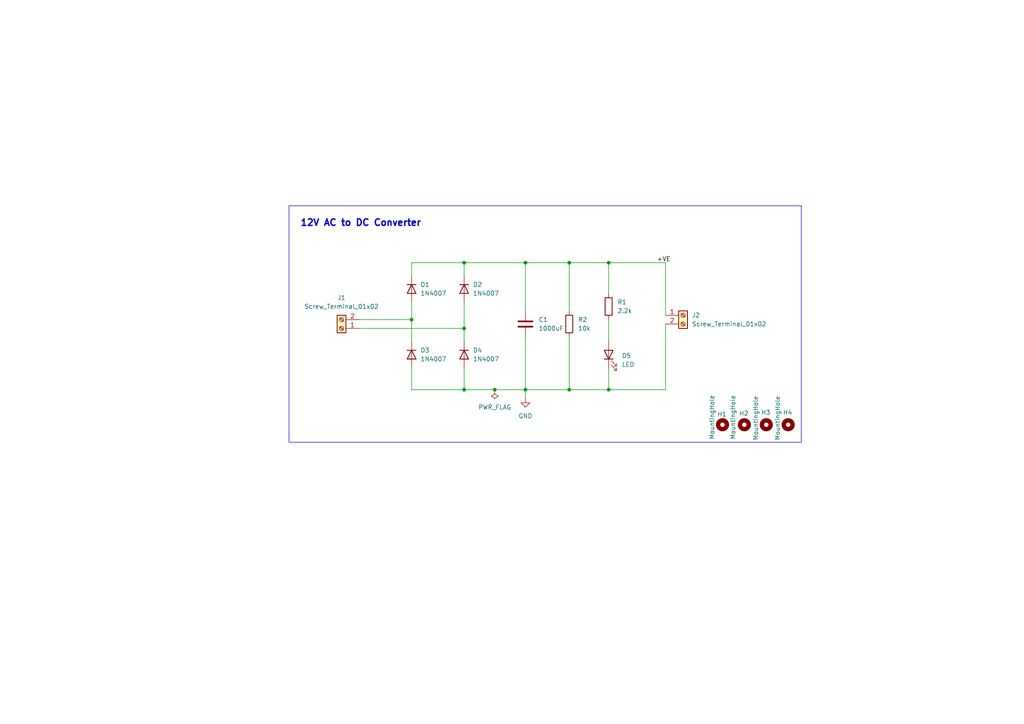
<source format=kicad_sch>
(kicad_sch (version 20231120) (generator "eeschema") (generator_version "8.0")
  (paper "A4")
  (title_block (title "AC to DC Converter") (company "Avishka"))
  (lib_symbols
    (symbol "Connector:Screw_Terminal_01x02" (pin_names (offset 1.016) hide)
      (property "Reference" "J" (at 0 2.54 0))
      (property "Value" "Screw_Terminal_01x02" (at 0 -5.08 0))
      (symbol "Screw_Terminal_01x02_1_1"
        (rectangle (start -1.27 1.27) (end 1.27 -3.81) (stroke (width 0.254)) (fill (type background)))
        (circle (center 0 -2.54) (radius 0.635) (stroke (width 0.1524)))
        (polyline (pts (xy -0.5334 -2.2098) (xy 0.3302 -3.048)) (stroke (width 0.1524)))
        (polyline (pts (xy -0.5334 0.3302) (xy 0.3302 -0.508)) (stroke (width 0.1524)))
        (polyline (pts (xy -0.3556 -2.032) (xy 0.508 -2.8702)) (stroke (width 0.1524)))
        (polyline (pts (xy -0.3556 0.508) (xy 0.508 -0.3302)) (stroke (width 0.1524)))
        (circle (center 0 0) (radius 0.635) (stroke (width 0.1524)))
        (pin passive line (at -5.08 0 0) (length 3.81) (name "Pin_1") (number "1"))
        (pin passive line (at -5.08 -2.54 0) (length 3.81) (name "Pin_2") (number "2"))
      )
    )
    (symbol "Device:C" (pin_numbers hide) (pin_names (offset 0.254))
      (property "Reference" "C" (at 0.635 2.54 0))
      (property "Value" "C" (at 0.635 -2.54 0))
      (symbol "C_0_1"
        (polyline (pts (xy -2.032 -0.762) (xy 2.032 -0.762)) (stroke (width 0.508)))
        (polyline (pts (xy -2.032 0.762) (xy 2.032 0.762)) (stroke (width 0.508)))
      )
      (symbol "C_1_1"
        (pin passive line (at 0 3.81 270) (length 2.794) (name "~") (number "1"))
        (pin passive line (at 0 -3.81 90) (length 2.794) (name "~") (number "2"))
      )
    )
    (symbol "Device:LED" (pin_numbers hide) (pin_names (offset 1.016) hide)
      (property "Reference" "D" (at 0 2.54 0))
      (property "Value" "LED" (at 0 -2.54 0))
      (symbol "LED_0_1"
        (polyline (pts (xy -1.27 -1.27) (xy -1.27 1.27)) (stroke (width 0.254)))
        (polyline (pts (xy -1.27 0) (xy 1.27 0)))
        (polyline (pts (xy 1.27 -1.27) (xy 1.27 1.27) (xy -1.27 0) (xy 1.27 -1.27)) (stroke (width 0.254)))
        (polyline (pts (xy -3.048 -0.762) (xy -4.572 -2.286) (xy -3.81 -2.286) (xy -4.572 -2.286) (xy -4.572 -1.524)))
        (polyline (pts (xy -1.778 -0.762) (xy -3.302 -2.286) (xy -2.54 -2.286) (xy -3.302 -2.286) (xy -3.302 -1.524)))
      )
      (symbol "LED_1_1"
        (pin passive line (at -3.81 0 0) (length 2.54) (name "K") (number "1"))
        (pin passive line (at 3.81 0 180) (length 2.54) (name "A") (number "2"))
      )
    )
    (symbol "Device:R" (pin_numbers hide) (pin_names (offset 0))
      (property "Reference" "R" (at 2.032 0 90))
      (property "Value" "R" (at 0 0 90))
      (symbol "R_0_1"
        (rectangle (start -1.016 -2.54) (end 1.016 2.54) (stroke (width 0.254)))
      )
      (symbol "R_1_1"
        (pin passive line (at 0 3.81 270) (length 1.27) (name "~") (number "1"))
        (pin passive line (at 0 -3.81 90) (length 1.27) (name "~") (number "2"))
      )
    )
    (symbol "Diode:1N4007" (pin_numbers hide) (pin_names hide)
      (property "Reference" "D" (at 0 2.54 0))
      (property "Value" "1N4007" (at 0 -2.54 0))
      (symbol "1N4007_0_1"
        (polyline (pts (xy -1.27 1.27) (xy -1.27 -1.27)) (stroke (width 0.254)))
        (polyline (pts (xy 1.27 0) (xy -1.27 0)))
        (polyline (pts (xy 1.27 1.27) (xy 1.27 -1.27) (xy -1.27 0) (xy 1.27 1.27)) (stroke (width 0.254)))
      )
      (symbol "1N4007_1_1"
        (pin passive line (at -3.81 0 0) (length 2.54) (name "K") (number "1"))
        (pin passive line (at 3.81 0 180) (length 2.54) (name "A") (number "2"))
      )
    )
    (symbol "Mechanical:MountingHole" (pin_names (offset 1.016)) (exclude_from_sim yes) (in_bom no)
      (property "Reference" "H" (at 0 5.08 0))
      (property "Value" "MountingHole" (at 0 3.175 0))
      (symbol "MountingHole_0_1"
        (circle (center 0 0) (radius 1.27) (stroke (width 1.27)))
      )
    )
    (symbol "power:GND" (power) (pin_numbers hide) (pin_names (offset 0) hide)
      (property "Value" "GND" (at 0 -3.81 0))
      (symbol "GND_0_1"
        (polyline (pts (xy 0 0) (xy 0 -1.27) (xy 1.27 -1.27) (xy 0 -2.54) (xy -1.27 -1.27) (xy 0 -1.27)))
      )
      (symbol "GND_1_1"
        (pin power_in line (at 0 0 270) (length 0) (name "~") (number "1"))
      )
    )
    (symbol "power:PWR_FLAG" (power) (pin_numbers hide) (pin_names (offset 0) hide)
      (property "Value" "PWR_FLAG" (at 0 3.81 0))
      (symbol "PWR_FLAG_0_0"
        (pin power_out line (at 0 0 90) (length 0) (name "~") (number "1"))
      )
      (symbol "PWR_FLAG_0_1"
        (polyline (pts (xy 0 0) (xy 0 1.27) (xy -1.016 1.905) (xy 0 2.54) (xy 1.016 1.905) (xy 0 1.27)))
      )
    )
  )
  (junction (at 165.1 76.2))
  (junction (at 143.51 113.03))
  (junction (at 165.1 113.03))
  (junction (at 152.4 113.03))
  (junction (at 134.62 113.03))
  (junction (at 176.53 76.2))
  (junction (at 119.38 92.71))
  (junction (at 152.4 76.2))
  (junction (at 176.53 113.03))
  (junction (at 134.62 95.25))
  (junction (at 134.62 76.2))
  (wire (pts (xy 119.38 113.03) (xy 134.62 113.03)))
  (wire (pts (xy 152.4 97.79) (xy 152.4 113.03)))
  (wire (pts (xy 134.62 95.25) (xy 134.62 99.06)))
  (wire (pts (xy 134.62 76.2) (xy 134.62 80.01)))
  (wire (pts (xy 134.62 113.03) (xy 143.51 113.03)))
  (wire (pts (xy 152.4 113.03) (xy 152.4 115.57)))
  (wire (pts (xy 119.38 92.71) (xy 119.38 99.06)))
  (wire (pts (xy 119.38 87.63) (xy 119.38 92.71)))
  (wire (pts (xy 152.4 113.03) (xy 165.1 113.03)))
  (wire (pts (xy 152.4 90.17) (xy 152.4 76.2)))
  (wire (pts (xy 193.04 113.03) (xy 176.53 113.03)))
  (wire (pts (xy 176.53 85.09) (xy 176.53 76.2)))
  (wire (pts (xy 104.14 95.25) (xy 134.62 95.25)))
  (wire (pts (xy 165.1 97.79) (xy 165.1 113.03)))
  (wire (pts (xy 104.14 92.71) (xy 119.38 92.71)))
  (wire (pts (xy 152.4 76.2) (xy 134.62 76.2)))
  (wire (pts (xy 165.1 76.2) (xy 152.4 76.2)))
  (wire (pts (xy 176.53 106.68) (xy 176.53 113.03)))
  (wire (pts (xy 134.62 106.68) (xy 134.62 113.03)))
  (wire (pts (xy 119.38 106.68) (xy 119.38 113.03)))
  (wire (pts (xy 176.53 92.71) (xy 176.53 99.06)))
  (wire (pts (xy 165.1 90.17) (xy 165.1 76.2)))
  (wire (pts (xy 119.38 76.2) (xy 134.62 76.2)))
  (wire (pts (xy 176.53 76.2) (xy 165.1 76.2)))
  (wire (pts (xy 143.51 113.03) (xy 152.4 113.03)))
  (wire (pts (xy 193.04 93.98) (xy 193.04 113.03)))
  (wire (pts (xy 134.62 87.63) (xy 134.62 95.25)))
  (wire (pts (xy 165.1 113.03) (xy 176.53 113.03)))
  (wire (pts (xy 193.04 76.2) (xy 176.53 76.2)))
  (wire (pts (xy 119.38 80.01) (xy 119.38 76.2)))
  (wire (pts (xy 193.04 91.44) (xy 193.04 76.2)))
  (rectangle (start 83.82 59.69) (end 232.41 128.27))
  (text "12V AC to DC Converter\n" (at 104.648 64.77 0) (effects (font (size 1.905 1.905) (thickness 0.381) (bold yes))))
  (label "+VE" (at 190.5 76.2 0))
  (symbol (lib_id "Connector:Screw_Terminal_01x02") (at 99.06 95.25 180) (unit 1)
    (property "Reference" "J1" (at 99.06 86.36 0))
    (property "Value" "Screw_Terminal_01x02" (at 99.06 88.9 0))
    (property "Footprint" "TerminalBlock:TerminalBlock_bornier-2_P5.08mm" (effects (hide yes)))
    (property "Description" "Generic screw terminal, single row, 01x02, script generated (kicad-library-utils/schlib/autogen/connector/)" (effects (hide yes)))
  )
  (symbol (lib_id "Connector:Screw_Terminal_01x02") (at 198.12 91.44 0) (unit 1)
    (property "Reference" "J2" (at 200.66 91.4399 0) (effects (justify left)))
    (property "Value" "Screw_Terminal_01x02" (at 200.66 93.9799 0) (effects (justify left)))
    (property "Footprint" "TerminalBlock:TerminalBlock_bornier-2_P5.08mm" (effects (hide yes)))
    (property "Description" "Generic screw terminal, single row, 01x02, script generated (kicad-library-utils/schlib/autogen/connector/)" (effects (hide yes)))
  )
  (symbol (lib_id "Diode:1N4007") (at 119.38 102.87 270) (unit 1)
    (property "Reference" "D3" (at 121.92 101.5999 90) (effects (justify left)))
    (property "Value" "1N4007" (at 121.92 104.1399 90) (effects (justify left)))
    (property "Footprint" "Diode_THT:D_DO-41_SOD81_P10.16mm_Horizontal" (effects (hide yes)))
    (property "Datasheet" "http://www.vishay.com/docs/88503/1n4001.pdf" (effects (hide yes)))
    (property "Description" "1000V 1A General Purpose Rectifier Diode, DO-41" (effects (hide yes)))
    (property "Sim.Device" "D" (effects (hide yes)))
    (property "Sim.Pins" "1=K 2=A" (effects (hide yes)))
  )
  (symbol (lib_id "Device:LED") (at 176.53 102.87 90) (unit 1)
    (property "Reference" "D5" (at 180.34 103.1874 90) (effects (justify right)))
    (property "Value" "LED" (at 180.34 105.7274 90) (effects (justify right)))
    (property "Footprint" "LED_THT:LED_D5.0mm" (effects (hide yes)))
    (property "Description" "Light emitting diode" (effects (hide yes)))
  )
  (symbol (lib_id "Device:C") (at 152.4 93.98 0) (unit 1)
    (property "Reference" "C1" (at 156.21 92.7099 0) (effects (justify left)))
    (property "Value" "1000uF" (at 156.21 95.2499 0) (effects (justify left)))
    (property "Footprint" "Capacitor_THT:C_Radial_D5.0mm_H7.0mm_P2.00mm" (effects (hide yes)))
    (property "Description" "Unpolarized capacitor" (effects (hide yes)))
  )
  (symbol (lib_id "Diode:1N4007") (at 119.38 83.82 270) (unit 1)
    (property "Reference" "D1" (at 121.92 82.5499 90) (effects (justify left)))
    (property "Value" "1N4007" (at 121.92 85.0899 90) (effects (justify left)))
    (property "Footprint" "Diode_THT:D_DO-41_SOD81_P10.16mm_Horizontal" (effects (hide yes)))
    (property "Datasheet" "http://www.vishay.com/docs/88503/1n4001.pdf" (effects (hide yes)))
    (property "Description" "1000V 1A General Purpose Rectifier Diode, DO-41" (effects (hide yes)))
    (property "Sim.Device" "D" (effects (hide yes)))
    (property "Sim.Pins" "1=K 2=A" (effects (hide yes)))
  )
  (symbol (lib_id "Mechanical:MountingHole") (at 222.25 123.19 0) (unit 1) (exclude_from_sim yes) (in_bom no)
    (property "Reference" "H3" (at 220.726 119.634 0) (effects (justify left)))
    (property "Value" "MountingHole" (at 219.202 127.762 90) (effects (justify left)))
    (property "Footprint" "MountingHole:MountingHole_2.2mm_M2" (effects (hide yes)))
    (property "Description" "Mounting Hole without connection" (effects (hide yes)))
  )
  (symbol (lib_id "Diode:1N4007") (at 134.62 102.87 270) (unit 1)
    (property "Reference" "D4" (at 137.16 101.5999 90) (effects (justify left)))
    (property "Value" "1N4007" (at 137.16 104.1399 90) (effects (justify left)))
    (property "Footprint" "Diode_THT:D_DO-41_SOD81_P10.16mm_Horizontal" (effects (hide yes)))
    (property "Datasheet" "http://www.vishay.com/docs/88503/1n4001.pdf" (effects (hide yes)))
    (property "Description" "1000V 1A General Purpose Rectifier Diode, DO-41" (effects (hide yes)))
    (property "Sim.Device" "D" (effects (hide yes)))
    (property "Sim.Pins" "1=K 2=A" (effects (hide yes)))
  )
  (symbol (lib_id "Mechanical:MountingHole") (at 228.6 123.19 0) (unit 1) (exclude_from_sim yes) (in_bom no)
    (property "Reference" "H4" (at 227.076 119.634 0) (effects (justify left)))
    (property "Value" "MountingHole" (at 225.552 127.762 90) (effects (justify left)))
    (property "Footprint" "MountingHole:MountingHole_2.2mm_M2" (effects (hide yes)))
    (property "Description" "Mounting Hole without connection" (effects (hide yes)))
  )
  (symbol (lib_id "Diode:1N4007") (at 134.62 83.82 270) (unit 1)
    (property "Reference" "D2" (at 137.16 82.5499 90) (effects (justify left)))
    (property "Value" "1N4007" (at 137.16 85.0899 90) (effects (justify left)))
    (property "Footprint" "Diode_THT:D_DO-41_SOD81_P10.16mm_Horizontal" (effects (hide yes)))
    (property "Datasheet" "http://www.vishay.com/docs/88503/1n4001.pdf" (effects (hide yes)))
    (property "Description" "1000V 1A General Purpose Rectifier Diode, DO-41" (effects (hide yes)))
    (property "Sim.Device" "D" (effects (hide yes)))
    (property "Sim.Pins" "1=K 2=A" (effects (hide yes)))
  )
  (symbol (lib_id "Device:R") (at 165.1 93.98 0) (unit 1)
    (property "Reference" "R2" (at 167.64 92.7099 0) (effects (justify left)))
    (property "Value" "10k" (at 167.64 95.2499 0) (effects (justify left)))
    (property "Footprint" "Resistor_THT:R_Axial_DIN0204_L3.6mm_D1.6mm_P5.08mm_Horizontal" (effects (hide yes)))
    (property "Description" "Resistor" (effects (hide yes)))
  )
  (symbol (lib_id "power:GND") (at 152.4 115.57 0) (unit 1)
    (property "Reference" "#PWR01" (effects (hide yes)))
    (property "Value" "GND" (at 152.4 120.65 0))
    (property "Description" "Power symbol creates a global label with name \"GND\" , ground" (effects (hide yes)))
  )
  (symbol (lib_id "Device:R") (at 176.53 88.9 0) (unit 1)
    (property "Reference" "R1" (at 179.07 87.6299 0) (effects (justify left)))
    (property "Value" "2.2k" (at 179.07 90.1699 0) (effects (justify left)))
    (property "Footprint" "Resistor_THT:R_Axial_DIN0204_L3.6mm_D1.6mm_P5.08mm_Horizontal" (effects (hide yes)))
    (property "Description" "Resistor" (effects (hide yes)))
  )
  (symbol (lib_id "Mechanical:MountingHole") (at 215.9 123.19 0) (unit 1) (exclude_from_sim yes) (in_bom no)
    (property "Reference" "H2" (at 214.376 119.888 0) (effects (justify left)))
    (property "Value" "MountingHole" (at 212.598 127.508 90) (effects (justify left)))
    (property "Footprint" "MountingHole:MountingHole_2.2mm_M2" (effects (hide yes)))
    (property "Description" "Mounting Hole without connection" (effects (hide yes)))
  )
  (symbol (lib_id "power:PWR_FLAG") (at 143.51 113.03 180) (unit 1)
    (property "Reference" "#FLG01" (effects (hide yes)))
    (property "Value" "PWR_FLAG" (at 143.51 118.11 0))
    (property "Description" "Special symbol for telling ERC where power comes from" (effects (hide yes)))
  )
  (symbol (lib_id "Mechanical:MountingHole") (at 209.55 123.19 0) (unit 1) (exclude_from_sim yes) (in_bom no)
    (property "Reference" "H1" (at 208.026 120.142 0) (effects (justify left)))
    (property "Value" "MountingHole" (at 206.502 127.508 90) (effects (justify left)))
    (property "Footprint" "MountingHole:MountingHole_2.2mm_M2" (effects (hide yes)))
    (property "Description" "Mounting Hole without connection" (effects (hide yes)))
  )
)
</source>
